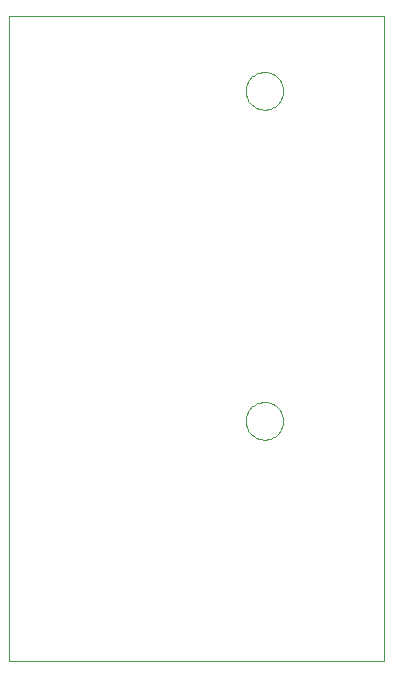
<source format=gko>
G75*
%MOIN*%
%OFA0B0*%
%FSLAX24Y24*%
%IPPOS*%
%LPD*%
%AMOC8*
5,1,8,0,0,1.08239X$1,22.5*
%
%ADD10C,0.0000*%
D10*
X000220Y000220D02*
X000220Y021720D01*
X012720Y021720D01*
X012720Y000220D01*
X000220Y000220D01*
X008095Y008220D02*
X008097Y008270D01*
X008103Y008319D01*
X008113Y008368D01*
X008126Y008415D01*
X008144Y008462D01*
X008165Y008507D01*
X008189Y008550D01*
X008217Y008591D01*
X008248Y008630D01*
X008282Y008666D01*
X008319Y008700D01*
X008359Y008730D01*
X008400Y008757D01*
X008444Y008781D01*
X008489Y008801D01*
X008536Y008817D01*
X008584Y008830D01*
X008633Y008839D01*
X008683Y008844D01*
X008732Y008845D01*
X008782Y008842D01*
X008831Y008835D01*
X008880Y008824D01*
X008927Y008810D01*
X008973Y008791D01*
X009018Y008769D01*
X009061Y008744D01*
X009101Y008715D01*
X009139Y008683D01*
X009175Y008649D01*
X009208Y008611D01*
X009237Y008571D01*
X009263Y008529D01*
X009286Y008485D01*
X009305Y008439D01*
X009321Y008392D01*
X009333Y008343D01*
X009341Y008294D01*
X009345Y008245D01*
X009345Y008195D01*
X009341Y008146D01*
X009333Y008097D01*
X009321Y008048D01*
X009305Y008001D01*
X009286Y007955D01*
X009263Y007911D01*
X009237Y007869D01*
X009208Y007829D01*
X009175Y007791D01*
X009139Y007757D01*
X009101Y007725D01*
X009061Y007696D01*
X009018Y007671D01*
X008973Y007649D01*
X008927Y007630D01*
X008880Y007616D01*
X008831Y007605D01*
X008782Y007598D01*
X008732Y007595D01*
X008683Y007596D01*
X008633Y007601D01*
X008584Y007610D01*
X008536Y007623D01*
X008489Y007639D01*
X008444Y007659D01*
X008400Y007683D01*
X008359Y007710D01*
X008319Y007740D01*
X008282Y007774D01*
X008248Y007810D01*
X008217Y007849D01*
X008189Y007890D01*
X008165Y007933D01*
X008144Y007978D01*
X008126Y008025D01*
X008113Y008072D01*
X008103Y008121D01*
X008097Y008170D01*
X008095Y008220D01*
X008095Y019220D02*
X008097Y019270D01*
X008103Y019319D01*
X008113Y019368D01*
X008126Y019415D01*
X008144Y019462D01*
X008165Y019507D01*
X008189Y019550D01*
X008217Y019591D01*
X008248Y019630D01*
X008282Y019666D01*
X008319Y019700D01*
X008359Y019730D01*
X008400Y019757D01*
X008444Y019781D01*
X008489Y019801D01*
X008536Y019817D01*
X008584Y019830D01*
X008633Y019839D01*
X008683Y019844D01*
X008732Y019845D01*
X008782Y019842D01*
X008831Y019835D01*
X008880Y019824D01*
X008927Y019810D01*
X008973Y019791D01*
X009018Y019769D01*
X009061Y019744D01*
X009101Y019715D01*
X009139Y019683D01*
X009175Y019649D01*
X009208Y019611D01*
X009237Y019571D01*
X009263Y019529D01*
X009286Y019485D01*
X009305Y019439D01*
X009321Y019392D01*
X009333Y019343D01*
X009341Y019294D01*
X009345Y019245D01*
X009345Y019195D01*
X009341Y019146D01*
X009333Y019097D01*
X009321Y019048D01*
X009305Y019001D01*
X009286Y018955D01*
X009263Y018911D01*
X009237Y018869D01*
X009208Y018829D01*
X009175Y018791D01*
X009139Y018757D01*
X009101Y018725D01*
X009061Y018696D01*
X009018Y018671D01*
X008973Y018649D01*
X008927Y018630D01*
X008880Y018616D01*
X008831Y018605D01*
X008782Y018598D01*
X008732Y018595D01*
X008683Y018596D01*
X008633Y018601D01*
X008584Y018610D01*
X008536Y018623D01*
X008489Y018639D01*
X008444Y018659D01*
X008400Y018683D01*
X008359Y018710D01*
X008319Y018740D01*
X008282Y018774D01*
X008248Y018810D01*
X008217Y018849D01*
X008189Y018890D01*
X008165Y018933D01*
X008144Y018978D01*
X008126Y019025D01*
X008113Y019072D01*
X008103Y019121D01*
X008097Y019170D01*
X008095Y019220D01*
M02*

</source>
